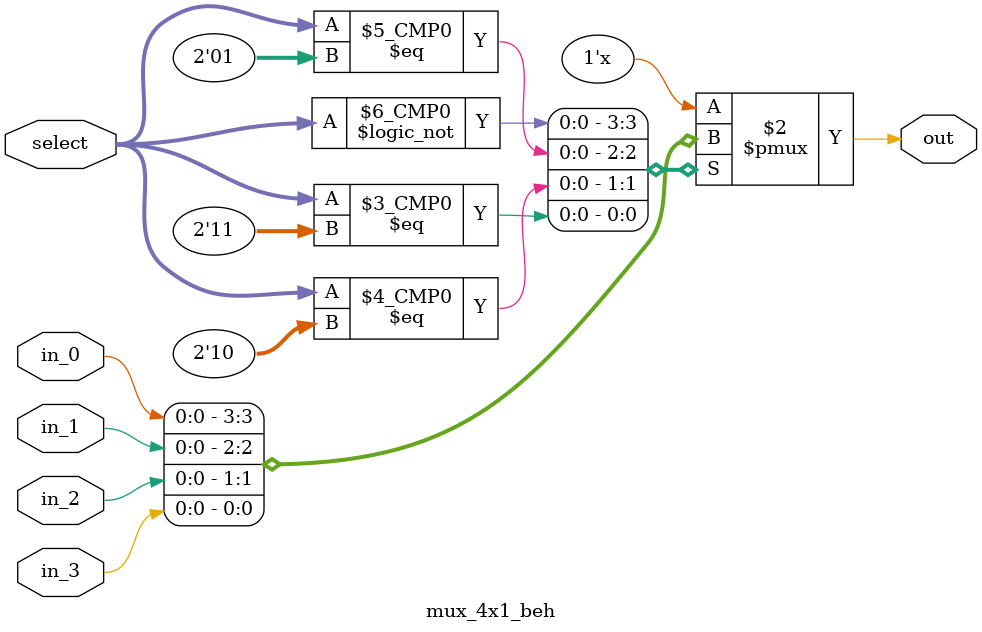
<source format=v>
`timescale 1ns / 1ps


module mux_4x1_beh(
    output reg out,
    input in_0,
    input in_1,
    input in_2,
    input in_3,
    input [1:0] select
    );
    always @ (in_0,in_1,in_2,in_3,select)
        case (select)
            2'b00: out = in_0;
            2'b01: out = in_1;
            2'b10: out = in_2;
            2'b11: out = in_3; 
         endcase
endmodule

</source>
